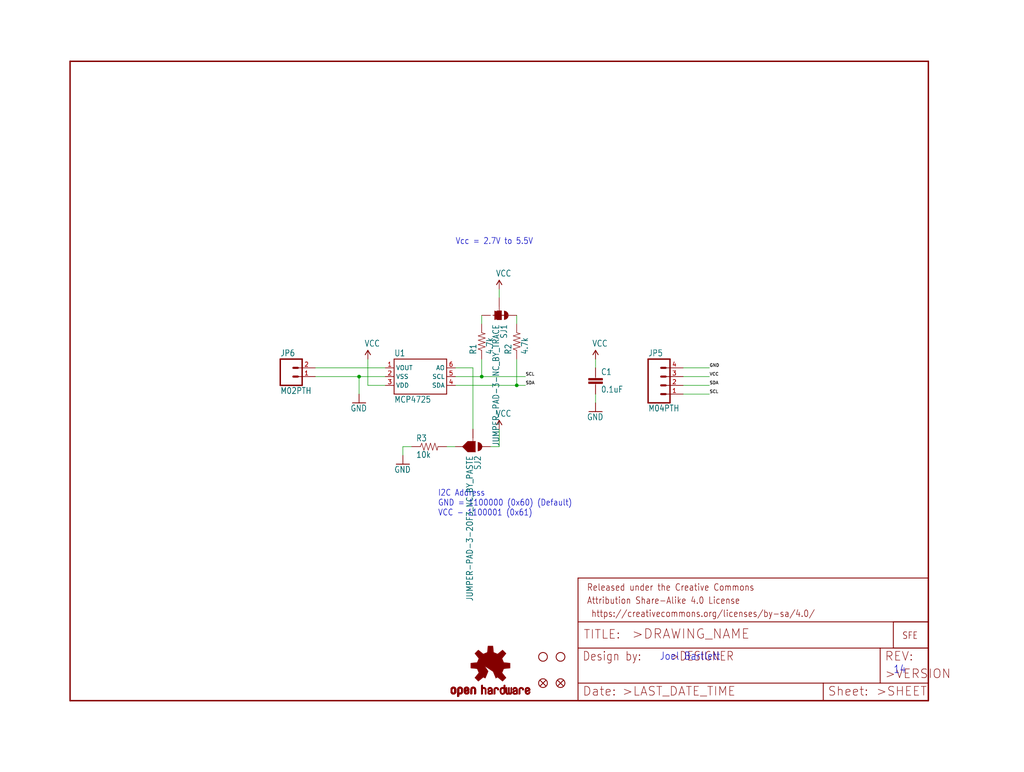
<source format=kicad_sch>
(kicad_sch (version 20211123) (generator eeschema)
  (paper "User" 297.002 223.926)
  (lib_symbols
    (symbol "eagleSchem-eagle-import:CAP0603-CAP"
      (property "Reference" "C" (at 1.524 2.921 0))
      (property "Value" "CAP0603-CAP" (at 1.524 -2.159 0))
      (symbol "CAP0603-CAP_1_0"
        (pin passive line (at 0 5.08 270) (length 2.54) (name "1") (number "1"))
        (pin passive line (at 0 -2.54 90) (length 2.54) (name "2") (number "2"))
      )
    )
    (symbol "eagleSchem-eagle-import:FIDUCIAL1X2")
    (symbol "eagleSchem-eagle-import:FRAME-LETTER"
      (symbol "FRAME-LETTER_2_0"
        (text " https://creativecommons.org/licenses/by-sa/4.0/" (at 2.54 24.13 0) (effects (font (size 1.9304 1.6408)) (justify left bottom)))
        (text ">DESIGNER" (at 26.67 11.43 0) (effects (font (size 2.54 2.159)) (justify left bottom)))
        (text ">DRAWING_NAME" (at 15.494 17.78 0) (effects (font (size 2.7432 2.7432)) (justify left bottom)))
        (text ">LAST_DATE_TIME" (at 12.7 1.27 0) (effects (font (size 2.54 2.54)) (justify left bottom)))
        (text ">SHEET" (at 86.36 1.27 0) (effects (font (size 2.54 2.54)) (justify left bottom)))
        (text ">VERSION" (at 88.9 6.35 0) (effects (font (size 2.54 2.54)) (justify left bottom)))
        (text "Attribution Share-Alike 4.0 License" (at 2.54 27.94 0) (effects (font (size 1.9304 1.6408)) (justify left bottom)))
        (text "Date:" (at 1.27 1.27 0) (effects (font (size 2.54 2.54)) (justify left bottom)))
        (text "Design by:" (at 1.27 11.43 0) (effects (font (size 2.54 2.159)) (justify left bottom)))
        (text "Released under the Creative Commons" (at 2.54 31.75 0) (effects (font (size 1.9304 1.6408)) (justify left bottom)))
        (text "REV:" (at 88.9 11.43 0) (effects (font (size 2.54 2.54)) (justify left bottom)))
        (text "Sheet:" (at 72.39 1.27 0) (effects (font (size 2.54 2.54)) (justify left bottom)))
        (text "TITLE:" (at 1.524 17.78 0) (effects (font (size 2.54 2.54)) (justify left bottom)))
      )
    )
    (symbol "eagleSchem-eagle-import:GND" (power)
      (property "Value" "GND" (at -2.54 -2.54 0))
      (symbol "GND_1_0"
        (pin power_in line (at 0 2.54 270) (length 2.54) (name "GND") (number "1"))
      )
    )
    (symbol "eagleSchem-eagle-import:JUMPER-PAD-3-2OF3_NC_BY_PASTE"
      (property "Reference" "SJ" (at 2.54 0.381 0))
      (property "Value" "JUMPER-PAD-3-2OF3_NC_BY_PASTE" (at 2.54 -1.905 0))
      (symbol "JUMPER-PAD-3-2OF3_NC_BY_PASTE_1_0"
        (pin passive line (at 0 5.08 270) (length 2.54) (name "1") (number "1"))
        (pin passive line (at -5.08 0 0) (length 2.54) (name "2") (number "2"))
        (pin passive line (at 0 -5.08 90) (length 2.54) (name "3") (number "3"))
      )
    )
    (symbol "eagleSchem-eagle-import:JUMPER-PAD-3-NC_BY_TRACE"
      (property "Reference" "SJ" (at 2.54 0.381 0))
      (property "Value" "JUMPER-PAD-3-NC_BY_TRACE" (at 2.54 -1.905 0))
      (symbol "JUMPER-PAD-3-NC_BY_TRACE_1_0"
        (pin passive line (at 0 5.08 270) (length 2.54) (name "1") (number "1"))
        (pin passive line (at -5.08 0 0) (length 2.54) (name "2") (number "2"))
        (pin passive line (at 0 -5.08 90) (length 2.54) (name "3") (number "3"))
      )
    )
    (symbol "eagleSchem-eagle-import:LOGO-SFESK"
      (symbol "LOGO-SFESK_1_0"
        (text "SFE" (at 0 0 0) (effects (font (size 1.9304 1.6408)) (justify left bottom)))
      )
    )
    (symbol "eagleSchem-eagle-import:M02PTH"
      (property "Reference" "JP" (at -2.54 5.842 0))
      (property "Value" "M02PTH" (at -2.54 -5.08 0))
      (symbol "M02PTH_1_0"
        (pin passive line (at 7.62 0 180) (length 5.08) (name "1") (number "1"))
        (pin passive line (at 7.62 2.54 180) (length 5.08) (name "2") (number "2"))
      )
    )
    (symbol "eagleSchem-eagle-import:M04PTH"
      (property "Reference" "JP" (at -5.08 8.382 0))
      (property "Value" "M04PTH" (at -5.08 -7.62 0))
      (symbol "M04PTH_1_0"
        (pin passive line (at 5.08 -2.54 180) (length 5.08) (name "1") (number "1"))
        (pin passive line (at 5.08 0 180) (length 5.08) (name "2") (number "2"))
        (pin passive line (at 5.08 2.54 180) (length 5.08) (name "3") (number "3"))
        (pin passive line (at 5.08 5.08 180) (length 5.08) (name "4") (number "4"))
      )
    )
    (symbol "eagleSchem-eagle-import:MCP4725SOT-23"
      (property "Reference" "U" (at -7.62 5.842 0))
      (property "Value" "MCP4725SOT-23" (at -7.62 -7.62 0))
      (symbol "MCP4725SOT-23_1_0"
        (pin bidirectional line (at -10.16 2.54 0) (length 2.54) (name "VOUT") (number "1"))
        (pin bidirectional line (at -10.16 0 0) (length 2.54) (name "VSS") (number "2"))
        (pin bidirectional line (at -10.16 -2.54 0) (length 2.54) (name "VDD") (number "3"))
        (pin bidirectional line (at 10.16 -2.54 180) (length 2.54) (name "SDA") (number "4"))
        (pin bidirectional line (at 10.16 0 180) (length 2.54) (name "SCL") (number "5"))
        (pin bidirectional line (at 10.16 2.54 180) (length 2.54) (name "AO") (number "6"))
      )
    )
    (symbol "eagleSchem-eagle-import:OSHW-LOGOS")
    (symbol "eagleSchem-eagle-import:RESISTOR0603-RES"
      (property "Reference" "R" (at -3.81 1.4986 0))
      (property "Value" "RESISTOR0603-RES" (at -3.81 -3.302 0))
      (symbol "RESISTOR0603-RES_1_0"
        (pin passive line (at -5.08 0 0) (length 2.54) (name "1") (number "1"))
        (pin passive line (at 5.08 0 180) (length 2.54) (name "2") (number "2"))
      )
    )
    (symbol "eagleSchem-eagle-import:STAND-OFF")
    (symbol "eagleSchem-eagle-import:VCC" (power)
      (property "Value" "VCC" (at -1.016 3.556 0))
      (symbol "VCC_1_0"
        (pin power_in line (at 0 0 90) (length 2.54) (name "VCC") (number "1"))
      )
    )
  )
  (junction (at 139.7 109.22))
  (junction (at 149.86 111.76))
  (junction (at 104.14 109.22))
  (wire (pts (xy 132.08 106.68) (xy 137.16 106.68)))
  (wire (pts (xy 139.7 93.98) (xy 139.7 91.44)))
  (wire (pts (xy 129.54 129.54) (xy 132.08 129.54)))
  (wire (pts (xy 198.12 106.68) (xy 205.74 106.68)))
  (wire (pts (xy 149.86 111.76) (xy 152.4 111.76)))
  (wire (pts (xy 91.44 109.22) (xy 104.14 109.22)))
  (wire (pts (xy 198.12 109.22) (xy 205.74 109.22)))
  (wire (pts (xy 172.72 104.14) (xy 172.72 106.68)))
  (wire (pts (xy 104.14 114.3) (xy 104.14 109.22)))
  (wire (pts (xy 139.7 109.22) (xy 152.4 109.22)))
  (wire (pts (xy 137.16 106.68) (xy 137.16 124.46)))
  (wire (pts (xy 142.24 129.54) (xy 144.78 129.54)))
  (wire (pts (xy 116.84 132.08) (xy 116.84 129.54)))
  (wire (pts (xy 116.84 129.54) (xy 119.38 129.54)))
  (wire (pts (xy 144.78 83.82) (xy 144.78 86.36)))
  (wire (pts (xy 149.86 93.98) (xy 149.86 91.44)))
  (wire (pts (xy 106.68 111.76) (xy 106.68 104.14)))
  (wire (pts (xy 104.14 109.22) (xy 111.76 109.22)))
  (wire (pts (xy 149.86 111.76) (xy 149.86 104.14)))
  (wire (pts (xy 111.76 111.76) (xy 106.68 111.76)))
  (wire (pts (xy 172.72 114.3) (xy 172.72 116.84)))
  (wire (pts (xy 144.78 129.54) (xy 144.78 124.46)))
  (wire (pts (xy 132.08 111.76) (xy 149.86 111.76)))
  (wire (pts (xy 139.7 109.22) (xy 139.7 104.14)))
  (wire (pts (xy 198.12 114.3) (xy 205.74 114.3)))
  (wire (pts (xy 111.76 106.68) (xy 91.44 106.68)))
  (wire (pts (xy 132.08 109.22) (xy 139.7 109.22)))
  (wire (pts (xy 198.12 111.76) (xy 205.74 111.76)))
  (text "I2C Address\nGND = 1100000 (0x60) (Default)\nVCC - 1100001 (0x61)" (at 127 149.86 0) (effects (font (size 1.778 1.5113)) (justify left bottom)))
  (text "14" (at 259.08 195.58 180) (effects (font (size 2.1844 1.8567)) (justify left bottom)))
  (text "Joel Bartlett" (at 191.262 191.77 180) (effects (font (size 2.1844 1.8567)) (justify left bottom)))
  (text "Vcc = 2.7V to 5.5V" (at 132.08 71.12 180) (effects (font (size 1.778 1.5113)) (justify left bottom)))
  (label "VCC" (at 205.74 109.22 0) (effects (font (size 0.889 0.889))))
  (label "SDA" (at 205.74 111.76 0) (effects (font (size 0.889 0.889))))
  (label "SDA" (at 152.4 111.76 0) (effects (font (size 0.889 0.889))))
  (label "SCL" (at 152.4 109.22 0) (effects (font (size 0.889 0.889))))
  (label "SCL" (at 205.74 114.3 0) (effects (font (size 0.889 0.889))))
  (label "GND" (at 205.74 106.68 0) (effects (font (size 0.889 0.889))))
  (symbol (lib_id "eagleSchem-eagle-import:FIDUCIAL1X2") (at 157.48 198.12 0) (unit 1)
    (property "Reference" "FID1" (effects hide))
    (property "Value" "FIDUCIAL1X2" (effects hide))
    (property "Footprint" "eagleSchem:FIDUCIAL-1X2" (effects hide))
  )
  (symbol (lib_id "eagleSchem-eagle-import:OSHW-LOGOS") (at 142.24 193.04 0) (unit 1)
    (property "Reference" "LOGO1" (effects hide))
    (property "Value" "OSHW-LOGOS" (effects hide))
    (property "Footprint" "eagleSchem:OSHW-LOGO-S" (effects hide))
  )
  (symbol (lib_id "eagleSchem-eagle-import:GND") (at 104.14 116.84 0) (unit 1)
    (property "Reference" "#GND5" (effects hide))
    (property "Value" "GND" (at 101.6 119.38 0) (effects (font (size 1.778 1.5113)) (justify left bottom)))
    (property "Footprint" "eagleSchem:" (effects hide))
  )
  (symbol (lib_id "eagleSchem-eagle-import:FRAME-LETTER") (at 167.64 203.2 0) (unit 2)
    (property "Reference" "FRAME2" (effects hide))
    (property "Value" "FRAME-LETTER" (effects hide))
    (property "Footprint" "eagleSchem:CREATIVE_COMMONS" (effects hide))
  )
  (symbol (lib_id "eagleSchem-eagle-import:FRAME-LETTER") (at 20.32 203.2 0) (unit 1)
    (property "Reference" "FRAME2" (effects hide))
    (property "Value" "FRAME-LETTER" (effects hide))
    (property "Footprint" "eagleSchem:CREATIVE_COMMONS" (effects hide))
  )
  (symbol (lib_id "eagleSchem-eagle-import:M02PTH") (at 83.82 109.22 0) (unit 1)
    (property "Reference" "JP6" (at 81.28 103.378 0) (effects (font (size 1.778 1.5113)) (justify left bottom)))
    (property "Value" "M02PTH" (at 81.28 114.3 0) (effects (font (size 1.778 1.5113)) (justify left bottom)))
    (property "Footprint" "eagleSchem:1X02" (effects hide))
  )
  (symbol (lib_id "eagleSchem-eagle-import:VCC") (at 106.68 104.14 0) (unit 1)
    (property "Reference" "#P+5" (effects hide))
    (property "Value" "VCC" (at 105.664 100.584 0) (effects (font (size 1.778 1.5113)) (justify left bottom)))
    (property "Footprint" "eagleSchem:" (effects hide))
  )
  (symbol (lib_id "eagleSchem-eagle-import:STAND-OFF") (at 157.48 190.5 0) (unit 1)
    (property "Reference" "STANDOFF1" (effects hide))
    (property "Value" "STAND-OFF" (effects hide))
    (property "Footprint" "eagleSchem:STAND-OFF" (effects hide))
  )
  (symbol (lib_id "eagleSchem-eagle-import:JUMPER-PAD-3-2OF3_NC_BY_PASTE") (at 137.16 129.54 270) (unit 1)
    (property "Reference" "SJ2" (at 137.541 132.08 0) (effects (font (size 1.778 1.5113)) (justify left bottom)))
    (property "Value" "JUMPER-PAD-3-2OF3_NC_BY_PASTE" (at 135.255 132.08 0) (effects (font (size 1.778 1.5113)) (justify left bottom)))
    (property "Footprint" "eagleSchem:PAD-JUMPER-3-2OF3_NC_BY_PASTE_YES_SILK_FULL_BOX" (effects hide))
  )
  (symbol (lib_id "eagleSchem-eagle-import:VCC") (at 144.78 124.46 0) (unit 1)
    (property "Reference" "#P+1" (effects hide))
    (property "Value" "VCC" (at 143.764 120.904 0) (effects (font (size 1.778 1.5113)) (justify left bottom)))
    (property "Footprint" "eagleSchem:" (effects hide))
  )
  (symbol (lib_id "eagleSchem-eagle-import:JUMPER-PAD-3-NC_BY_TRACE") (at 144.78 91.44 270) (unit 1)
    (property "Reference" "SJ1" (at 145.161 93.98 0) (effects (font (size 1.778 1.5113)) (justify left bottom)))
    (property "Value" "JUMPER-PAD-3-NC_BY_TRACE" (at 142.875 93.98 0) (effects (font (size 1.778 1.5113)) (justify left bottom)))
    (property "Footprint" "eagleSchem:PAD-JUMPER-3-3OF3_NC_BY_TRACE_YES_SILK_FULL_BOX" (effects hide))
  )
  (symbol (lib_id "eagleSchem-eagle-import:M04PTH") (at 193.04 111.76 0) (unit 1)
    (property "Reference" "JP5" (at 187.96 103.378 0) (effects (font (size 1.778 1.5113)) (justify left bottom)))
    (property "Value" "M04PTH" (at 187.96 119.38 0) (effects (font (size 1.778 1.5113)) (justify left bottom)))
    (property "Footprint" "eagleSchem:1X04" (effects hide))
  )
  (symbol (lib_id "eagleSchem-eagle-import:GND") (at 172.72 119.38 0) (unit 1)
    (property "Reference" "#GND1" (effects hide))
    (property "Value" "GND" (at 170.18 121.92 0) (effects (font (size 1.778 1.5113)) (justify left bottom)))
    (property "Footprint" "eagleSchem:" (effects hide))
  )
  (symbol (lib_id "eagleSchem-eagle-import:VCC") (at 172.72 104.14 0) (unit 1)
    (property "Reference" "#P+4" (effects hide))
    (property "Value" "VCC" (at 171.704 100.584 0) (effects (font (size 1.778 1.5113)) (justify left bottom)))
    (property "Footprint" "eagleSchem:" (effects hide))
  )
  (symbol (lib_id "eagleSchem-eagle-import:RESISTOR0603-RES") (at 124.46 129.54 0) (unit 1)
    (property "Reference" "R3" (at 120.65 128.0414 0) (effects (font (size 1.778 1.5113)) (justify left bottom)))
    (property "Value" "10k" (at 120.65 132.842 0) (effects (font (size 1.778 1.5113)) (justify left bottom)))
    (property "Footprint" "eagleSchem:0603-RES" (effects hide))
  )
  (symbol (lib_id "eagleSchem-eagle-import:RESISTOR0603-RES") (at 139.7 99.06 90) (unit 1)
    (property "Reference" "R1" (at 138.2014 102.87 0) (effects (font (size 1.778 1.5113)) (justify left bottom)))
    (property "Value" "4.7k" (at 143.002 102.87 0) (effects (font (size 1.778 1.5113)) (justify left bottom)))
    (property "Footprint" "eagleSchem:0603-RES" (effects hide))
  )
  (symbol (lib_id "eagleSchem-eagle-import:LOGO-SFESK") (at 261.62 185.42 0) (unit 1)
    (property "Reference" "GND0" (effects hide))
    (property "Value" "LOGO-SFESK" (effects hide))
    (property "Footprint" "eagleSchem:SFE-LOGO-FLAME" (effects hide))
  )
  (symbol (lib_id "eagleSchem-eagle-import:STAND-OFF") (at 162.56 190.5 0) (unit 1)
    (property "Reference" "STANDOFF2" (effects hide))
    (property "Value" "STAND-OFF" (effects hide))
    (property "Footprint" "eagleSchem:STAND-OFF" (effects hide))
  )
  (symbol (lib_id "eagleSchem-eagle-import:FIDUCIAL1X2") (at 162.56 198.12 0) (unit 1)
    (property "Reference" "FID2" (effects hide))
    (property "Value" "FIDUCIAL1X2" (effects hide))
    (property "Footprint" "eagleSchem:FIDUCIAL-1X2" (effects hide))
  )
  (symbol (lib_id "eagleSchem-eagle-import:VCC") (at 144.78 83.82 0) (unit 1)
    (property "Reference" "#P+2" (effects hide))
    (property "Value" "VCC" (at 143.764 80.264 0) (effects (font (size 1.778 1.5113)) (justify left bottom)))
    (property "Footprint" "eagleSchem:" (effects hide))
  )
  (symbol (lib_id "eagleSchem-eagle-import:CAP0603-CAP") (at 172.72 111.76 0) (unit 1)
    (property "Reference" "C1" (at 174.244 108.839 0) (effects (font (size 1.778 1.5113)) (justify left bottom)))
    (property "Value" "0.1uF" (at 174.244 113.919 0) (effects (font (size 1.778 1.5113)) (justify left bottom)))
    (property "Footprint" "eagleSchem:0603-CAP" (effects hide))
  )
  (symbol (lib_id "eagleSchem-eagle-import:MCP4725SOT-23") (at 121.92 109.22 0) (unit 1)
    (property "Reference" "U1" (at 114.3 103.378 0) (effects (font (size 1.778 1.5113)) (justify left bottom)))
    (property "Value" "MCP4725" (at 114.3 116.84 0) (effects (font (size 1.778 1.5113)) (justify left bottom)))
    (property "Footprint" "eagleSchem:SOT23-6" (effects hide))
  )
  (symbol (lib_id "eagleSchem-eagle-import:RESISTOR0603-RES") (at 149.86 99.06 90) (unit 1)
    (property "Reference" "R2" (at 148.3614 102.87 0) (effects (font (size 1.778 1.5113)) (justify left bottom)))
    (property "Value" "4.7k" (at 153.162 102.87 0) (effects (font (size 1.778 1.5113)) (justify left bottom)))
    (property "Footprint" "eagleSchem:0603-RES" (effects hide))
  )
  (symbol (lib_id "eagleSchem-eagle-import:GND") (at 116.84 134.62 0) (unit 1)
    (property "Reference" "#GND2" (effects hide))
    (property "Value" "GND" (at 114.3 137.16 0) (effects (font (size 1.778 1.5113)) (justify left bottom)))
    (property "Footprint" "eagleSchem:" (effects hide))
  )
)
</source>
